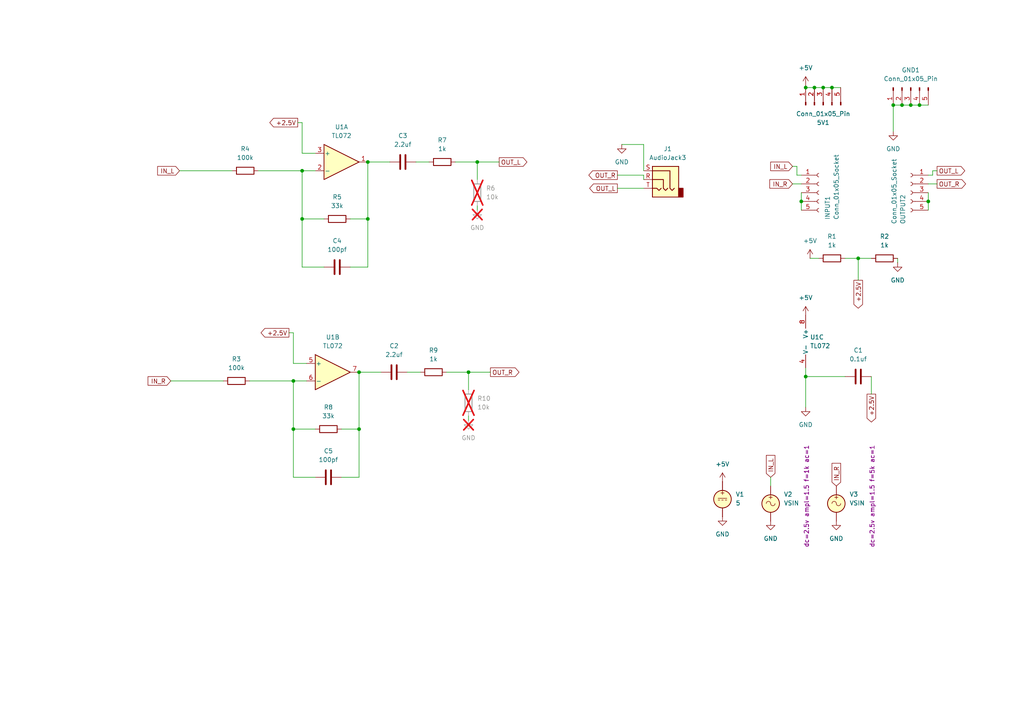
<source format=kicad_sch>
(kicad_sch (version 20231120) (generator "eeschema") (generator_version "8.0")
  (paper "A4")
  (lib_symbols
    (symbol "Amplifier_Operational:TL072" (pin_names (offset 0.127))
      (property "Reference" "U" (at 0 5.08 0))
      (property "Value" "TL072" (at 0 -5.08 0))
      (symbol "TL072_1_1"
        (polyline (pts (xy -5.08 5.08) (xy 5.08 0) (xy -5.08 -5.08) (xy -5.08 5.08)) (stroke (width 0.254)) (fill (type background)))
        (pin output line (at 7.62 0 180) (length 2.54) (name "~") (number "1"))
        (pin input line (at -7.62 -2.54 0) (length 2.54) (name "-") (number "2"))
        (pin input line (at -7.62 2.54 0) (length 2.54) (name "+") (number "3"))
      )
      (symbol "TL072_2_1"
        (polyline (pts (xy -5.08 5.08) (xy 5.08 0) (xy -5.08 -5.08) (xy -5.08 5.08)) (stroke (width 0.254)) (fill (type background)))
        (pin input line (at -7.62 2.54 0) (length 2.54) (name "+") (number "5"))
        (pin input line (at -7.62 -2.54 0) (length 2.54) (name "-") (number "6"))
        (pin output line (at 7.62 0 180) (length 2.54) (name "~") (number "7"))
      )
      (symbol "TL072_3_1"
        (pin power_in line (at -2.54 -7.62 90) (length 3.81) (name "V-") (number "4"))
        (pin power_in line (at -2.54 7.62 270) (length 3.81) (name "V+") (number "8"))
      )
    )
    (symbol "Connector:Conn_01x05_Pin" (pin_names (offset 1.016) hide)
      (property "Reference" "J" (at 0 7.62 0))
      (property "Value" "Conn_01x05_Pin" (at 0 -7.62 0))
      (symbol "Conn_01x05_Pin_1_1"
        (polyline (pts (xy 1.27 -5.08) (xy 0.8636 -5.08)) (stroke (width 0.1524)))
        (polyline (pts (xy 1.27 -2.54) (xy 0.8636 -2.54)) (stroke (width 0.1524)))
        (polyline (pts (xy 1.27 0) (xy 0.8636 0)) (stroke (width 0.1524)))
        (polyline (pts (xy 1.27 2.54) (xy 0.8636 2.54)) (stroke (width 0.1524)))
        (polyline (pts (xy 1.27 5.08) (xy 0.8636 5.08)) (stroke (width 0.1524)))
        (rectangle (start 0.8636 -4.953) (end 0 -5.207) (stroke (width 0.1524)) (fill (type outline)))
        (rectangle (start 0.8636 -2.413) (end 0 -2.667) (stroke (width 0.1524)) (fill (type outline)))
        (rectangle (start 0.8636 0.127) (end 0 -0.127) (stroke (width 0.1524)) (fill (type outline)))
        (rectangle (start 0.8636 2.667) (end 0 2.413) (stroke (width 0.1524)) (fill (type outline)))
        (rectangle (start 0.8636 5.207) (end 0 4.953) (stroke (width 0.1524)) (fill (type outline)))
        (pin passive line (at 5.08 5.08 180) (length 3.81) (name "Pin_1") (number "1"))
        (pin passive line (at 5.08 2.54 180) (length 3.81) (name "Pin_2") (number "2"))
        (pin passive line (at 5.08 0 180) (length 3.81) (name "Pin_3") (number "3"))
        (pin passive line (at 5.08 -2.54 180) (length 3.81) (name "Pin_4") (number "4"))
        (pin passive line (at 5.08 -5.08 180) (length 3.81) (name "Pin_5") (number "5"))
      )
    )
    (symbol "Connector:Conn_01x05_Socket" (pin_names (offset 1.016) hide)
      (property "Reference" "J" (at 0 7.62 0))
      (property "Value" "Conn_01x05_Socket" (at 0 -7.62 0))
      (symbol "Conn_01x05_Socket_1_1"
        (arc (start 0 -4.572) (mid -0.5058 -5.08) (end 0 -5.588) (stroke (width 0.1524)))
        (arc (start 0 -2.032) (mid -0.5058 -2.54) (end 0 -3.048) (stroke (width 0.1524)))
        (polyline (pts (xy -1.27 -5.08) (xy -0.508 -5.08)) (stroke (width 0.1524)))
        (polyline (pts (xy -1.27 -2.54) (xy -0.508 -2.54)) (stroke (width 0.1524)))
        (polyline (pts (xy -1.27 0) (xy -0.508 0)) (stroke (width 0.1524)))
        (polyline (pts (xy -1.27 2.54) (xy -0.508 2.54)) (stroke (width 0.1524)))
        (polyline (pts (xy -1.27 5.08) (xy -0.508 5.08)) (stroke (width 0.1524)))
        (arc (start 0 0.508) (mid -0.5058 0) (end 0 -0.508) (stroke (width 0.1524)))
        (arc (start 0 3.048) (mid -0.5058 2.54) (end 0 2.032) (stroke (width 0.1524)))
        (arc (start 0 5.588) (mid -0.5058 5.08) (end 0 4.572) (stroke (width 0.1524)))
        (pin passive line (at -5.08 5.08 0) (length 3.81) (name "Pin_1") (number "1"))
        (pin passive line (at -5.08 2.54 0) (length 3.81) (name "Pin_2") (number "2"))
        (pin passive line (at -5.08 0 0) (length 3.81) (name "Pin_3") (number "3"))
        (pin passive line (at -5.08 -2.54 0) (length 3.81) (name "Pin_4") (number "4"))
        (pin passive line (at -5.08 -5.08 0) (length 3.81) (name "Pin_5") (number "5"))
      )
    )
    (symbol "Connector_Audio:AudioJack3"
      (property "Reference" "J" (at 0 8.89 0))
      (property "Value" "AudioJack3" (at 0 6.35 0))
      (symbol "AudioJack3_0_1"
        (rectangle (start -5.08 -5.08) (end -6.35 -2.54) (stroke (width 0.254)) (fill (type outline)))
        (polyline (pts (xy 0 -2.54) (xy 0.635 -3.175) (xy 1.27 -2.54) (xy 2.54 -2.54)) (stroke (width 0.254)))
        (polyline (pts (xy -1.905 -2.54) (xy -1.27 -3.175) (xy -0.635 -2.54) (xy -0.635 0) (xy 2.54 0)) (stroke (width 0.254)))
        (polyline (pts (xy 2.54 2.54) (xy -2.54 2.54) (xy -2.54 -2.54) (xy -3.175 -3.175) (xy -3.81 -2.54)) (stroke (width 0.254)))
        (rectangle (start 2.54 3.81) (end -5.08 -5.08) (stroke (width 0.254)) (fill (type background)))
      )
      (symbol "AudioJack3_1_1"
        (pin passive line (at 5.08 0 180) (length 2.54) (name "~") (number "R"))
        (pin passive line (at 5.08 2.54 180) (length 2.54) (name "~") (number "S"))
        (pin passive line (at 5.08 -2.54 180) (length 2.54) (name "~") (number "T"))
      )
    )
    (symbol "Device:C" (pin_numbers hide) (pin_names (offset 0.254))
      (property "Reference" "C" (at 0.635 2.54 0))
      (property "Value" "C" (at 0.635 -2.54 0))
      (symbol "C_0_1"
        (polyline (pts (xy -2.032 -0.762) (xy 2.032 -0.762)) (stroke (width 0.508)))
        (polyline (pts (xy -2.032 0.762) (xy 2.032 0.762)) (stroke (width 0.508)))
      )
      (symbol "C_1_1"
        (pin passive line (at 0 3.81 270) (length 2.794) (name "~") (number "1"))
        (pin passive line (at 0 -3.81 90) (length 2.794) (name "~") (number "2"))
      )
    )
    (symbol "Device:R" (pin_numbers hide) (pin_names (offset 0))
      (property "Reference" "R" (at 2.032 0 90))
      (property "Value" "R" (at 0 0 90))
      (symbol "R_0_1"
        (rectangle (start -1.016 -2.54) (end 1.016 2.54) (stroke (width 0.254)))
      )
      (symbol "R_1_1"
        (pin passive line (at 0 3.81 270) (length 1.27) (name "~") (number "1"))
        (pin passive line (at 0 -3.81 90) (length 1.27) (name "~") (number "2"))
      )
    )
    (symbol "Simulation_SPICE:VDC" (pin_numbers hide) (pin_names (offset 0.0254))
      (property "Reference" "V" (at 2.54 2.54 0))
      (property "Value" "1" (at 2.54 0 0))
      (symbol "VDC_0_0"
        (polyline (pts (xy -1.27 0.254) (xy 1.27 0.254)))
        (polyline (pts (xy -0.762 -0.254) (xy -1.27 -0.254)))
        (polyline (pts (xy 0.254 -0.254) (xy -0.254 -0.254)))
        (polyline (pts (xy 1.27 -0.254) (xy 0.762 -0.254)))
        (text "+" (at 0 1.905 0) (effects (font (size 1.27 1.27))))
      )
      (symbol "VDC_0_1"
        (circle (center 0 0) (radius 2.54) (stroke (width 0.254)) (fill (type background)))
      )
      (symbol "VDC_1_1"
        (pin passive line (at 0 5.08 270) (length 2.54) (name "~") (number "1"))
        (pin passive line (at 0 -5.08 90) (length 2.54) (name "~") (number "2"))
      )
    )
    (symbol "Simulation_SPICE:VSIN" (pin_numbers hide) (pin_names (offset 0.0254))
      (property "Reference" "V" (at 2.54 2.54 0))
      (property "Value" "VSIN" (at 2.54 0 0))
      (property "Sim.Params" "dc=0 ampl=1 f=1k ac=1" (at 2.54 -2.54 0))
      (symbol "VSIN_0_0"
        (arc (start 0 0) (mid -0.635 0.6323) (end -1.27 0))
        (arc (start 0 0) (mid 0.635 -0.6323) (end 1.27 0))
        (text "+" (at 0 1.905 0) (effects (font (size 1.27 1.27))))
      )
      (symbol "VSIN_0_1"
        (circle (center 0 0) (radius 2.54) (stroke (width 0.254)) (fill (type background)))
      )
      (symbol "VSIN_1_1"
        (pin passive line (at 0 5.08 270) (length 2.54) (name "~") (number "1"))
        (pin passive line (at 0 -5.08 90) (length 2.54) (name "~") (number "2"))
      )
    )
    (symbol "power:+5V" (power) (pin_numbers hide) (pin_names (offset 0) hide)
      (property "Value" "+5V" (at 0 3.556 0))
      (symbol "+5V_0_1"
        (polyline (pts (xy -0.762 1.27) (xy 0 2.54)))
        (polyline (pts (xy 0 0) (xy 0 2.54)))
        (polyline (pts (xy 0 2.54) (xy 0.762 1.27)))
      )
      (symbol "+5V_1_1"
        (pin power_in line (at 0 0 90) (length 0) (name "~") (number "1"))
      )
    )
    (symbol "power:GND" (power) (pin_numbers hide) (pin_names (offset 0) hide)
      (property "Value" "GND" (at 0 -3.81 0))
      (symbol "GND_0_1"
        (polyline (pts (xy 0 0) (xy 0 -1.27) (xy 1.27 -1.27) (xy 0 -2.54) (xy -1.27 -1.27) (xy 0 -1.27)))
      )
      (symbol "GND_1_1"
        (pin power_in line (at 0 0 270) (length 0) (name "~") (number "1"))
      )
    )
  )
  (junction (at 261.62 30.48))
  (junction (at 248.92 74.93))
  (junction (at 104.14 107.95))
  (junction (at 85.09 110.49))
  (junction (at 266.7 30.48))
  (junction (at 85.09 124.46))
  (junction (at 87.63 63.5))
  (junction (at 241.3 25.4))
  (junction (at 106.68 46.99))
  (junction (at 232.41 58.42))
  (junction (at 233.68 25.4))
  (junction (at 264.16 30.48))
  (junction (at 236.22 25.4))
  (junction (at 269.24 58.42))
  (junction (at 104.14 124.46))
  (junction (at 135.89 107.95))
  (junction (at 87.63 49.53))
  (junction (at 138.43 46.99))
  (junction (at 106.68 63.5))
  (junction (at 233.68 109.22))
  (junction (at 238.76 25.4))
  (junction (at 259.08 30.48))
  (wire (pts (xy 135.89 121.92) (xy 135.89 120.65)))
  (wire (pts (xy 106.68 46.99) (xy 113.03 46.99)))
  (wire (pts (xy 52.07 49.53) (xy 67.31 49.53)))
  (wire (pts (xy 138.43 60.96) (xy 138.43 59.69)))
  (wire (pts (xy 106.68 77.47) (xy 106.68 63.5)))
  (wire (pts (xy 232.41 55.88) (xy 232.41 58.42)))
  (wire (pts (xy 233.68 24.765) (xy 233.68 25.4)))
  (wire (pts (xy 233.68 25.4) (xy 233.68 26.035)))
  (wire (pts (xy 87.63 63.5) (xy 87.63 49.53)))
  (wire (pts (xy 269.24 58.42) (xy 269.24 60.96)))
  (wire (pts (xy 234.95 74.93) (xy 237.49 74.93)))
  (wire (pts (xy 270.51 50.8) (xy 269.24 50.8)))
  (wire (pts (xy 231.14 48.26) (xy 231.14 50.8)))
  (wire (pts (xy 85.09 96.52) (xy 85.09 105.41)))
  (wire (pts (xy 106.68 46.99) (xy 106.68 63.5)))
  (wire (pts (xy 138.43 46.99) (xy 138.43 52.07)))
  (wire (pts (xy 186.69 50.8) (xy 186.69 52.07)))
  (wire (pts (xy 232.41 58.42) (xy 232.41 60.96)))
  (wire (pts (xy 85.09 124.46) (xy 85.09 138.43)))
  (wire (pts (xy 106.68 63.5) (xy 101.6 63.5)))
  (wire (pts (xy 104.14 107.95) (xy 110.49 107.95)))
  (wire (pts (xy 243.84 25.4) (xy 241.3 25.4)))
  (wire (pts (xy 99.06 138.43) (xy 104.14 138.43)))
  (wire (pts (xy 270.51 49.53) (xy 271.78 49.53)))
  (wire (pts (xy 138.43 46.99) (xy 144.78 46.99)))
  (wire (pts (xy 93.98 77.47) (xy 87.63 77.47)))
  (wire (pts (xy 245.11 74.93) (xy 248.92 74.93)))
  (wire (pts (xy 229.87 48.26) (xy 231.14 48.26)))
  (wire (pts (xy 266.7 30.48) (xy 269.24 30.48)))
  (wire (pts (xy 87.63 63.5) (xy 87.63 77.47)))
  (wire (pts (xy 49.53 110.49) (xy 64.77 110.49)))
  (wire (pts (xy 87.63 35.56) (xy 87.63 44.45)))
  (wire (pts (xy 83.82 96.52) (xy 85.09 96.52)))
  (wire (pts (xy 229.87 53.34) (xy 232.41 53.34)))
  (wire (pts (xy 233.68 109.22) (xy 233.68 106.68)))
  (wire (pts (xy 259.08 30.48) (xy 261.62 30.48)))
  (wire (pts (xy 118.11 107.95) (xy 121.92 107.95)))
  (wire (pts (xy 91.44 124.46) (xy 85.09 124.46)))
  (wire (pts (xy 135.89 107.95) (xy 142.24 107.95)))
  (wire (pts (xy 186.69 41.91) (xy 180.34 41.91)))
  (wire (pts (xy 259.08 30.48) (xy 259.08 38.1)))
  (wire (pts (xy 233.68 109.22) (xy 245.11 109.22)))
  (wire (pts (xy 104.14 107.95) (xy 104.14 124.46)))
  (wire (pts (xy 270.51 49.53) (xy 270.51 50.8)))
  (wire (pts (xy 104.14 124.46) (xy 99.06 124.46)))
  (wire (pts (xy 241.3 25.4) (xy 238.76 25.4)))
  (wire (pts (xy 179.07 54.61) (xy 186.69 54.61)))
  (wire (pts (xy 223.52 138.43) (xy 223.52 140.97)))
  (wire (pts (xy 120.65 46.99) (xy 124.46 46.99)))
  (wire (pts (xy 264.16 30.48) (xy 266.7 30.48)))
  (wire (pts (xy 236.22 25.4) (xy 233.68 25.4)))
  (wire (pts (xy 248.92 74.93) (xy 252.73 74.93)))
  (wire (pts (xy 238.76 25.4) (xy 236.22 25.4)))
  (wire (pts (xy 85.09 110.49) (xy 88.9 110.49)))
  (wire (pts (xy 74.93 49.53) (xy 87.63 49.53)))
  (wire (pts (xy 85.09 105.41) (xy 88.9 105.41)))
  (wire (pts (xy 93.98 63.5) (xy 87.63 63.5)))
  (wire (pts (xy 179.07 50.8) (xy 186.69 50.8)))
  (wire (pts (xy 91.44 138.43) (xy 85.09 138.43)))
  (wire (pts (xy 132.08 46.99) (xy 138.43 46.99)))
  (wire (pts (xy 269.24 55.88) (xy 269.24 58.42)))
  (wire (pts (xy 135.89 107.95) (xy 135.89 113.03)))
  (wire (pts (xy 72.39 110.49) (xy 85.09 110.49)))
  (wire (pts (xy 86.36 35.56) (xy 87.63 35.56)))
  (wire (pts (xy 248.92 74.93) (xy 248.92 81.28)))
  (wire (pts (xy 271.78 53.34) (xy 269.24 53.34)))
  (wire (pts (xy 129.54 107.95) (xy 135.89 107.95)))
  (wire (pts (xy 260.35 76.2) (xy 260.35 74.93)))
  (wire (pts (xy 101.6 77.47) (xy 106.68 77.47)))
  (wire (pts (xy 87.63 49.53) (xy 91.44 49.53)))
  (wire (pts (xy 252.73 114.3) (xy 252.73 109.22)))
  (wire (pts (xy 233.68 118.11) (xy 233.68 109.22)))
  (wire (pts (xy 85.09 124.46) (xy 85.09 110.49)))
  (wire (pts (xy 186.69 49.53) (xy 186.69 41.91)))
  (wire (pts (xy 231.14 50.8) (xy 232.41 50.8)))
  (wire (pts (xy 87.63 44.45) (xy 91.44 44.45)))
  (wire (pts (xy 261.62 30.48) (xy 264.16 30.48)))
  (wire (pts (xy 104.14 138.43) (xy 104.14 124.46)))
  (global_label "+2.5V" (shape output) (at 86.36 35.56 180) (property "Intersheetrefs" "${INTERSHEET_REFS}" (effects (hide yes))))
  (global_label "OUT_R" (shape output) (at 142.24 107.95 0) (property "Intersheetrefs" "${INTERSHEET_REFS}" (effects (hide yes))))
  (global_label "OUT_L" (shape output) (at 144.78 46.99 0) (property "Intersheetrefs" "${INTERSHEET_REFS}" (effects (hide yes))))
  (global_label "IN_L" (shape input) (at 229.87 48.26 180) (property "Intersheetrefs" "${INTERSHEET_REFS}" (effects (hide yes))))
  (global_label "IN_R" (shape input) (at 49.53 110.49 180) (property "Intersheetrefs" "${INTERSHEET_REFS}" (effects (hide yes))))
  (global_label "OUT_L" (shape output) (at 271.78 49.53 0) (property "Intersheetrefs" "${INTERSHEET_REFS}" (effects (hide yes))))
  (global_label "OUT_R" (shape output) (at 271.78 53.34 0) (property "Intersheetrefs" "${INTERSHEET_REFS}" (effects (hide yes))))
  (global_label "+2.5V" (shape output) (at 252.73 114.3 270) (property "Intersheetrefs" "${INTERSHEET_REFS}" (effects (hide yes))))
  (global_label "IN_R" (shape input) (at 229.87 53.34 180) (property "Intersheetrefs" "${INTERSHEET_REFS}" (effects (hide yes))))
  (global_label "+2.5V" (shape output) (at 83.82 96.52 180) (property "Intersheetrefs" "${INTERSHEET_REFS}" (effects (hide yes))))
  (global_label "IN_L" (shape input) (at 52.07 49.53 180) (property "Intersheetrefs" "${INTERSHEET_REFS}" (effects (hide yes))))
  (global_label "IN_R" (shape input) (at 242.57 140.97 90) (property "Intersheetrefs" "${INTERSHEET_REFS}" (effects (hide yes))))
  (global_label "+2.5V" (shape output) (at 248.92 81.28 270) (property "Intersheetrefs" "${INTERSHEET_REFS}" (effects (hide yes))))
  (global_label "OUT_L" (shape output) (at 179.07 54.61 180) (property "Intersheetrefs" "${INTERSHEET_REFS}" (effects (hide yes))))
  (global_label "IN_L" (shape input) (at 223.52 138.43 90) (property "Intersheetrefs" "${INTERSHEET_REFS}" (effects (hide yes))))
  (global_label "OUT_R" (shape output) (at 179.07 50.8 180) (property "Intersheetrefs" "${INTERSHEET_REFS}" (effects (hide yes))))
  (symbol (lib_id "power:+5V") (at 234.95 74.93 0) (unit 1)
    (property "Reference" "#PWR02" (effects (hide yes)))
    (property "Value" "+5V" (at 234.95 69.85 0))
    (property "Description" "Power symbol creates a global label with name \"+5V\"" (effects (hide yes)))
  )
  (symbol (lib_id "Device:C") (at 114.3 107.95 90) (unit 1)
    (property "Reference" "C2" (at 114.3 100.33 90))
    (property "Value" "2.2uf" (at 114.3 102.87 90))
    (property "Footprint" "Capacitor_SMD:C_0603_1608Metric" (effects (hide yes)))
    (property "Description" "Unpolarized capacitor" (effects (hide yes)))
  )
  (symbol (lib_id "power:GND") (at 138.43 60.96 0) (unit 1) (on_board no) (dnp yes)
    (property "Reference" "#PWR011" (effects (hide yes)))
    (property "Value" "GND" (at 138.43 66.04 0))
    (property "Description" "Power symbol creates a global label with name \"GND\" , ground" (effects (hide yes)))
  )
  (symbol (lib_id "Amplifier_Operational:TL072") (at 99.06 46.99 0) (unit 1)
    (property "Reference" "U1" (at 99.06 36.83 0))
    (property "Value" "TL072" (at 99.06 39.37 0))
    (property "Footprint" "Package_SO:SOIC-8-1EP_3.9x4.9mm_P1.27mm_EP2.29x3mm" (effects (hide yes)))
    (property "Datasheet" "http://www.ti.com/lit/ds/symlink/tl071.pdf" (effects (hide yes)))
    (property "Description" "Dual Low-Noise JFET-Input Operational Amplifiers, DIP-8/SOIC-8" (effects (hide yes)))
    (property "Sim.Library" "/Users/arunoda/data/projects/kicad-splice-models/TL072_DUAL.lib" (effects (hide yes)))
    (property "Sim.Name" "TL072_DUAL" (effects (hide yes)))
    (property "Sim.Device" "SUBCKT" (effects (hide yes)))
    (property "Sim.Pins" "1=1 2=2 3=3 4=4 5=5 6=6 7=7 8=8" (effects (hide yes)))
  )
  (symbol (lib_id "Connector:Conn_01x05_Pin") (at 238.76 30.48 90) (unit 1) (exclude_from_sim yes)
    (property "Reference" "5V1" (at 238.76 35.56 90))
    (property "Value" "Conn_01x05_Pin" (at 238.76 33.02 90))
    (property "Footprint" "Connector_PinHeader_2.54mm:PinHeader_1x05_P2.54mm_Vertical" (effects (hide yes)))
    (property "Description" "Generic connector, single row, 01x05, script generated" (effects (hide yes)))
  )
  (symbol (lib_id "Device:R") (at 125.73 107.95 270) (unit 1)
    (property "Reference" "R9" (at 125.73 101.6 90))
    (property "Value" "1k" (at 125.73 104.14 90))
    (property "Footprint" "Resistor_SMD:R_0402_1005Metric" (effects (hide yes)))
    (property "Description" "Resistor" (effects (hide yes)))
  )
  (symbol (lib_id "Device:C") (at 116.84 46.99 90) (unit 1)
    (property "Reference" "C3" (at 116.84 39.37 90))
    (property "Value" "2.2uf" (at 116.84 41.91 90))
    (property "Footprint" "Capacitor_SMD:C_0603_1608Metric" (effects (hide yes)))
    (property "Description" "Unpolarized capacitor" (effects (hide yes)))
  )
  (symbol (lib_id "power:+5V") (at 233.68 24.765 0) (unit 1)
    (property "Reference" "#PWR01" (effects (hide yes)))
    (property "Value" "+5V" (at 233.68 19.685 0))
    (property "Description" "Power symbol creates a global label with name \"+5V\"" (effects (hide yes)))
  )
  (symbol (lib_id "power:GND") (at 233.68 118.11 0) (unit 1)
    (property "Reference" "#PWR06" (effects (hide yes)))
    (property "Value" "GND" (at 233.68 123.19 0))
    (property "Description" "Power symbol creates a global label with name \"GND\" , ground" (effects (hide yes)))
  )
  (symbol (lib_id "power:GND") (at 259.08 38.1 0) (unit 1)
    (property "Reference" "#PWR05" (effects (hide yes)))
    (property "Value" "GND" (at 259.08 43.18 0))
    (property "Description" "Power symbol creates a global label with name \"GND\" , ground" (effects (hide yes)))
  )
  (symbol (lib_id "Connector_Audio:AudioJack3") (at 191.77 52.07 0) (mirror y) (unit 1) (exclude_from_sim yes)
    (property "Reference" "J1" (at 193.675 43.18 0))
    (property "Value" "AudioJack3" (at 193.675 45.72 0))
    (property "Footprint" "BreadModular_AudioJacks:Jack_3.5mm_QingPu_WQP-PJ366ST_Vertical" (effects (hide yes)))
    (property "Description" "Audio Jack, 3 Poles (Stereo / TRS)" (effects (hide yes)))
  )
  (symbol (lib_id "Device:R") (at 95.25 124.46 270) (unit 1)
    (property "Reference" "R8" (at 95.25 118.11 90))
    (property "Value" "33k" (at 95.25 120.65 90))
    (property "Footprint" "Resistor_SMD:R_0402_1005Metric" (effects (hide yes)))
    (property "Description" "Resistor" (effects (hide yes)))
  )
  (symbol (lib_id "power:GND") (at 260.35 76.2 0) (unit 1)
    (property "Reference" "#PWR03" (effects (hide yes)))
    (property "Value" "GND" (at 260.35 81.28 0))
    (property "Description" "Power symbol creates a global label with name \"GND\" , ground" (effects (hide yes)))
  )
  (symbol (lib_id "Device:R") (at 71.12 49.53 270) (unit 1)
    (property "Reference" "R4" (at 71.12 43.18 90))
    (property "Value" "100k" (at 71.12 45.72 90))
    (property "Footprint" "Resistor_SMD:R_0402_1005Metric" (effects (hide yes)))
    (property "Description" "Resistor" (effects (hide yes)))
  )
  (symbol (lib_id "Device:R") (at 135.89 116.84 180) (unit 1) (on_board no) (dnp yes)
    (property "Reference" "R10" (at 138.43 115.5699 0) (effects (justify right)))
    (property "Value" "10k" (at 138.43 118.1099 0) (effects (justify right)))
    (property "Description" "Resistor" (effects (hide yes)))
  )
  (symbol (lib_id "Device:R") (at 256.54 74.93 90) (unit 1)
    (property "Reference" "R2" (at 256.54 68.58 90))
    (property "Value" "1k" (at 256.54 71.12 90))
    (property "Footprint" "Resistor_SMD:R_0402_1005Metric" (effects (hide yes)))
    (property "Description" "Resistor" (effects (hide yes)))
  )
  (symbol (lib_id "power:+5V") (at 233.68 91.44 0) (unit 1)
    (property "Reference" "#PWR04" (effects (hide yes)))
    (property "Value" "+5V" (at 233.68 86.36 0))
    (property "Description" "Power symbol creates a global label with name \"+5V\"" (effects (hide yes)))
  )
  (symbol (lib_id "Device:C") (at 95.25 138.43 270) (unit 1)
    (property "Reference" "C5" (at 95.25 130.81 90))
    (property "Value" "100pf" (at 95.25 133.35 90))
    (property "Footprint" "Capacitor_SMD:C_0402_1005Metric" (effects (hide yes)))
    (property "Description" "Unpolarized capacitor" (effects (hide yes)))
  )
  (symbol (lib_id "power:GND") (at 242.57 151.13 0) (unit 1)
    (property "Reference" "#PWR013" (effects (hide yes)))
    (property "Value" "GND" (at 242.57 156.21 0))
    (property "Description" "Power symbol creates a global label with name \"GND\" , ground" (effects (hide yes)))
  )
  (symbol (lib_id "Amplifier_Operational:TL072") (at 96.52 107.95 0) (unit 2)
    (property "Reference" "U1" (at 96.52 97.79 0))
    (property "Value" "TL072" (at 96.52 100.33 0))
    (property "Footprint" "Package_SO:SOIC-8-1EP_3.9x4.9mm_P1.27mm_EP2.29x3mm" (effects (hide yes)))
    (property "Datasheet" "http://www.ti.com/lit/ds/symlink/tl071.pdf" (effects (hide yes)))
    (property "Description" "Dual Low-Noise JFET-Input Operational Amplifiers, DIP-8/SOIC-8" (effects (hide yes)))
    (property "Sim.Library" "/Users/arunoda/data/projects/kicad-splice-models/TL072_DUAL.lib" (effects (hide yes)))
    (property "Sim.Name" "TL072_DUAL" (effects (hide yes)))
    (property "Sim.Device" "SUBCKT" (effects (hide yes)))
    (property "Sim.Pins" "1=1 2=2 3=3 4=4 5=5 6=6 7=7 8=8" (effects (hide yes)))
  )
  (symbol (lib_id "Connector:Conn_01x05_Socket") (at 264.16 55.88 0) (mirror y) (unit 1) (exclude_from_sim yes)
    (property "Reference" "OUTPUT2" (at 261.874 65.024 90) (effects (justify left)))
    (property "Value" "Conn_01x05_Socket" (at 259.334 65.024 90) (effects (justify left)))
    (property "Footprint" "Connector_PinSocket_2.54mm:PinSocket_1x05_P2.54mm_Vertical" (effects (hide yes)))
    (property "Description" "Generic connector, single row, 01x05, script generated" (effects (hide yes)))
  )
  (symbol (lib_id "Device:R") (at 241.3 74.93 90) (unit 1)
    (property "Reference" "R1" (at 241.3 68.58 90))
    (property "Value" "1k" (at 241.3 71.12 90))
    (property "Footprint" "Resistor_SMD:R_0402_1005Metric" (effects (hide yes)))
    (property "Description" "Resistor" (effects (hide yes)))
  )
  (symbol (lib_id "Simulation_SPICE:VSIN") (at 223.52 146.05 0) (unit 1)
    (property "Reference" "V2" (at 227.33 143.3801 0) (effects (justify left)))
    (property "Value" "VSIN" (at 227.33 145.9201 0) (effects (justify left)))
    (property "Datasheet" "https://ngspice.sourceforge.io/docs/ngspice-html-manual/manual.xhtml#sec_Independent_Sources_for" (effects (hide yes)))
    (property "Description" "Voltage source, sinusoidal" (effects (hide yes)))
    (property "Sim.Pins" "1=+ 2=-" (effects (hide yes)))
    (property "Sim.Params" "dc=2.5v ampl=1.5 f=1k ac=1" (at 233.934 158.75 90) (effects (justify left)))
    (property "Sim.Type" "SIN" (effects (hide yes)))
    (property "Sim.Device" "V" (effects (hide yes)))
  )
  (symbol (lib_id "Simulation_SPICE:VSIN") (at 242.57 146.05 0) (unit 1)
    (property "Reference" "V3" (at 246.38 143.3801 0) (effects (justify left)))
    (property "Value" "VSIN" (at 246.38 145.9201 0) (effects (justify left)))
    (property "Datasheet" "https://ngspice.sourceforge.io/docs/ngspice-html-manual/manual.xhtml#sec_Independent_Sources_for" (effects (hide yes)))
    (property "Description" "Voltage source, sinusoidal" (effects (hide yes)))
    (property "Sim.Pins" "1=+ 2=-" (effects (hide yes)))
    (property "Sim.Params" "dc=2.5v ampl=1.5 f=5k ac=1" (at 252.984 158.75 90) (effects (justify left)))
    (property "Sim.Type" "SIN" (effects (hide yes)))
    (property "Sim.Device" "V" (effects (hide yes)))
  )
  (symbol (lib_id "power:GND") (at 209.55 149.86 0) (unit 1)
    (property "Reference" "#PWR08" (effects (hide yes)))
    (property "Value" "GND" (at 209.55 154.94 0))
    (property "Description" "Power symbol creates a global label with name \"GND\" , ground" (effects (hide yes)))
  )
  (symbol (lib_id "Device:R") (at 138.43 55.88 180) (unit 1) (on_board no) (dnp yes)
    (property "Reference" "R6" (at 140.97 54.6099 0) (effects (justify right)))
    (property "Value" "10k" (at 140.97 57.1499 0) (effects (justify right)))
    (property "Description" "Resistor" (effects (hide yes)))
  )
  (symbol (lib_id "power:+5V") (at 209.55 139.7 0) (unit 1)
    (property "Reference" "#PWR09" (effects (hide yes)))
    (property "Value" "+5V" (at 209.55 134.62 0))
    (property "Description" "Power symbol creates a global label with name \"+5V\"" (effects (hide yes)))
  )
  (symbol (lib_id "power:GND") (at 223.52 151.13 0) (unit 1)
    (property "Reference" "#PWR010" (effects (hide yes)))
    (property "Value" "GND" (at 223.52 156.21 0))
    (property "Description" "Power symbol creates a global label with name \"GND\" , ground" (effects (hide yes)))
  )
  (symbol (lib_id "power:GND") (at 180.34 41.91 0) (unit 1)
    (property "Reference" "#PWR012" (effects (hide yes)))
    (property "Value" "GND" (at 180.34 46.99 0))
    (property "Description" "Power symbol creates a global label with name \"GND\" , ground" (effects (hide yes)))
  )
  (symbol (lib_id "Connector:Conn_01x05_Socket") (at 237.49 55.88 0) (unit 1) (exclude_from_sim yes)
    (property "Reference" "INPUT1" (at 240.03 63.754 90) (effects (justify left)))
    (property "Value" "Conn_01x05_Socket" (at 242.57 63.754 90) (effects (justify left)))
    (property "Footprint" "Connector_PinSocket_2.54mm:PinSocket_1x05_P2.54mm_Vertical" (effects (hide yes)))
    (property "Description" "Generic connector, single row, 01x05, script generated" (effects (hide yes)))
  )
  (symbol (lib_id "Amplifier_Operational:TL072") (at 236.22 99.06 0) (unit 3)
    (property "Reference" "U1" (at 234.95 97.7899 0) (effects (justify left)))
    (property "Value" "TL072" (at 234.95 100.3299 0) (effects (justify left)))
    (property "Footprint" "Package_SO:SOIC-8-1EP_3.9x4.9mm_P1.27mm_EP2.29x3mm" (effects (hide yes)))
    (property "Datasheet" "http://www.ti.com/lit/ds/symlink/tl071.pdf" (effects (hide yes)))
    (property "Description" "Dual Low-Noise JFET-Input Operational Amplifiers, DIP-8/SOIC-8" (effects (hide yes)))
    (property "Sim.Library" "/Users/arunoda/data/projects/kicad-splice-models/TL072_DUAL.lib" (effects (hide yes)))
    (property "Sim.Name" "TL072_DUAL" (effects (hide yes)))
    (property "Sim.Device" "SUBCKT" (effects (hide yes)))
    (property "Sim.Pins" "1=1 2=2 3=3 4=4 5=5 6=6 7=7 8=8" (effects (hide yes)))
  )
  (symbol (lib_id "Device:R") (at 68.58 110.49 270) (unit 1)
    (property "Reference" "R3" (at 68.58 104.14 90))
    (property "Value" "100k" (at 68.58 106.68 90))
    (property "Footprint" "Resistor_SMD:R_0402_1005Metric" (effects (hide yes)))
    (property "Description" "Resistor" (effects (hide yes)))
  )
  (symbol (lib_id "Simulation_SPICE:VDC") (at 209.55 144.78 0) (unit 1)
    (property "Reference" "V1" (at 213.36 143.3801 0) (effects (justify left)))
    (property "Value" "5" (at 213.36 145.9201 0) (effects (justify left)))
    (property "Datasheet" "https://ngspice.sourceforge.io/docs/ngspice-html-manual/manual.xhtml#sec_Independent_Sources_for" (effects (hide yes)))
    (property "Description" "Voltage source, DC" (effects (hide yes)))
    (property "Sim.Pins" "1=+ 2=-" (effects (hide yes)))
    (property "Sim.Type" "DC" (effects (hide yes)))
    (property "Sim.Device" "V" (effects (hide yes)))
  )
  (symbol (lib_id "power:GND") (at 135.89 121.92 0) (unit 1) (on_board no) (dnp yes)
    (property "Reference" "#PWR07" (effects (hide yes)))
    (property "Value" "GND" (at 135.89 127 0))
    (property "Description" "Power symbol creates a global label with name \"GND\" , ground" (effects (hide yes)))
  )
  (symbol (lib_id "Device:R") (at 128.27 46.99 270) (unit 1)
    (property "Reference" "R7" (at 128.27 40.64 90))
    (property "Value" "1k" (at 128.27 43.18 90))
    (property "Footprint" "Resistor_SMD:R_0402_1005Metric" (effects (hide yes)))
    (property "Description" "Resistor" (effects (hide yes)))
  )
  (symbol (lib_id "Device:C") (at 97.79 77.47 270) (unit 1)
    (property "Reference" "C4" (at 97.79 69.85 90))
    (property "Value" "100pf" (at 97.79 72.39 90))
    (property "Footprint" "Capacitor_SMD:C_0402_1005Metric" (effects (hide yes)))
    (property "Description" "Unpolarized capacitor" (effects (hide yes)))
  )
  (symbol (lib_id "Device:C") (at 248.92 109.22 90) (unit 1)
    (property "Reference" "C1" (at 248.92 101.6 90))
    (property "Value" "0.1uf" (at 248.92 104.14 90))
    (property "Footprint" "Capacitor_SMD:C_0402_1005Metric" (effects (hide yes)))
    (property "Description" "Unpolarized capacitor" (effects (hide yes)))
  )
  (symbol (lib_id "Connector:Conn_01x05_Pin") (at 264.16 25.4 90) (mirror x) (unit 1) (exclude_from_sim yes)
    (property "Reference" "GND1" (at 264.16 20.32 90))
    (property "Value" "Conn_01x05_Pin" (at 264.16 22.86 90))
    (property "Footprint" "Connector_PinHeader_2.54mm:PinHeader_1x05_P2.54mm_Vertical" (effects (hide yes)))
    (property "Description" "Generic connector, single row, 01x05, script generated" (effects (hide yes)))
  )
  (symbol (lib_id "Device:R") (at 97.79 63.5 270) (unit 1)
    (property "Reference" "R5" (at 97.79 57.15 90))
    (property "Value" "33k" (at 97.79 59.69 90))
    (property "Footprint" "Resistor_SMD:R_0402_1005Metric" (effects (hide yes)))
    (property "Description" "Resistor" (effects (hide yes)))
  )
)
</source>
